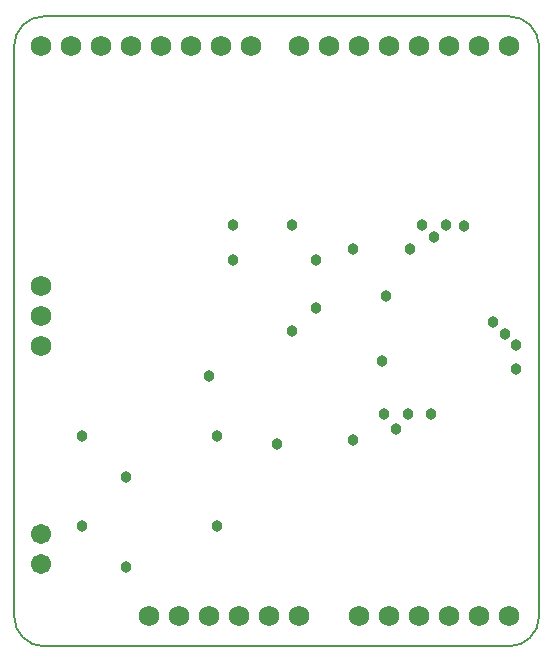
<source format=gbs>
%FSLAX25Y25*%
%MOIN*%
G70*
G01*
G75*
G04 Layer_Color=16711935*
%ADD10R,0.02362X0.04724*%
%ADD11R,0.04724X0.02362*%
%ADD12R,0.02362X0.03543*%
%ADD13R,0.02559X0.02953*%
%ADD14R,0.02362X0.01969*%
%ADD15R,0.02953X0.02559*%
%ADD16R,0.04803X0.02362*%
%ADD17R,0.01969X0.02362*%
%ADD18R,0.01969X0.02756*%
%ADD19C,0.02000*%
%ADD20C,0.01000*%
%ADD21C,0.00600*%
%ADD22C,0.05906*%
%ADD23C,0.06000*%
%ADD24C,0.03000*%
%ADD25C,0.03000*%
%ADD26C,0.00984*%
%ADD27C,0.00787*%
%ADD28C,0.00394*%
%ADD29R,0.03162X0.05524*%
%ADD30R,0.05524X0.03162*%
%ADD31R,0.03162X0.04343*%
%ADD32R,0.03359X0.03753*%
%ADD33R,0.03162X0.02769*%
%ADD34R,0.03753X0.03359*%
%ADD35R,0.05603X0.03162*%
%ADD36R,0.02769X0.03162*%
%ADD37R,0.02769X0.03556*%
%ADD38C,0.06706*%
%ADD39C,0.06800*%
%ADD40C,0.03800*%
D21*
X0Y10000D02*
G03*
X10000Y0I10000J0D01*
G01*
X175000Y200000D02*
G03*
X165000Y210000I-10000J0D01*
G01*
X165000Y0D02*
G03*
X175000Y10000I0J10000D01*
G01*
X10000Y210000D02*
G03*
X0Y200000I0J-10000D01*
G01*
Y10000D02*
Y200000D01*
X175000Y10000D02*
Y200000D01*
X10000Y210000D02*
X165000D01*
X10000Y0D02*
X165000D01*
D38*
X9000Y27500D02*
D03*
Y37500D02*
D03*
D39*
Y100000D02*
D03*
Y110000D02*
D03*
Y120000D02*
D03*
X165000Y10000D02*
D03*
X155000D02*
D03*
X145000D02*
D03*
X135000D02*
D03*
X125000D02*
D03*
X115000D02*
D03*
X95000Y200000D02*
D03*
X105000D02*
D03*
X115000D02*
D03*
X125000D02*
D03*
X135000D02*
D03*
X145000D02*
D03*
X155000D02*
D03*
X165000D02*
D03*
X9000D02*
D03*
X19000D02*
D03*
X29000D02*
D03*
X39000D02*
D03*
X49000D02*
D03*
X59000D02*
D03*
X69000D02*
D03*
X79000D02*
D03*
X95000Y10000D02*
D03*
X85000D02*
D03*
X75000D02*
D03*
X65000D02*
D03*
X55000D02*
D03*
X45000D02*
D03*
D40*
X124126Y116811D02*
D03*
X163496Y104213D02*
D03*
X159559Y108150D02*
D03*
X67500Y40000D02*
D03*
Y70000D02*
D03*
X87500Y67500D02*
D03*
X65000Y90000D02*
D03*
X37185Y26500D02*
D03*
X22500Y40000D02*
D03*
Y70000D02*
D03*
X37185Y56500D02*
D03*
X167433Y100276D02*
D03*
X122776Y95000D02*
D03*
X150110Y140110D02*
D03*
X123339Y77441D02*
D03*
X127276Y72504D02*
D03*
X131213Y77441D02*
D03*
X100504Y112874D02*
D03*
X167433Y92402D02*
D03*
X92630Y105000D02*
D03*
X143811Y140433D02*
D03*
X139874Y136496D02*
D03*
X135937Y140433D02*
D03*
X132000Y132559D02*
D03*
X139087Y77441D02*
D03*
X113102Y68779D02*
D03*
Y132559D02*
D03*
X72945Y128622D02*
D03*
Y140433D02*
D03*
X100504Y128622D02*
D03*
X92630Y140362D02*
D03*
M02*

</source>
